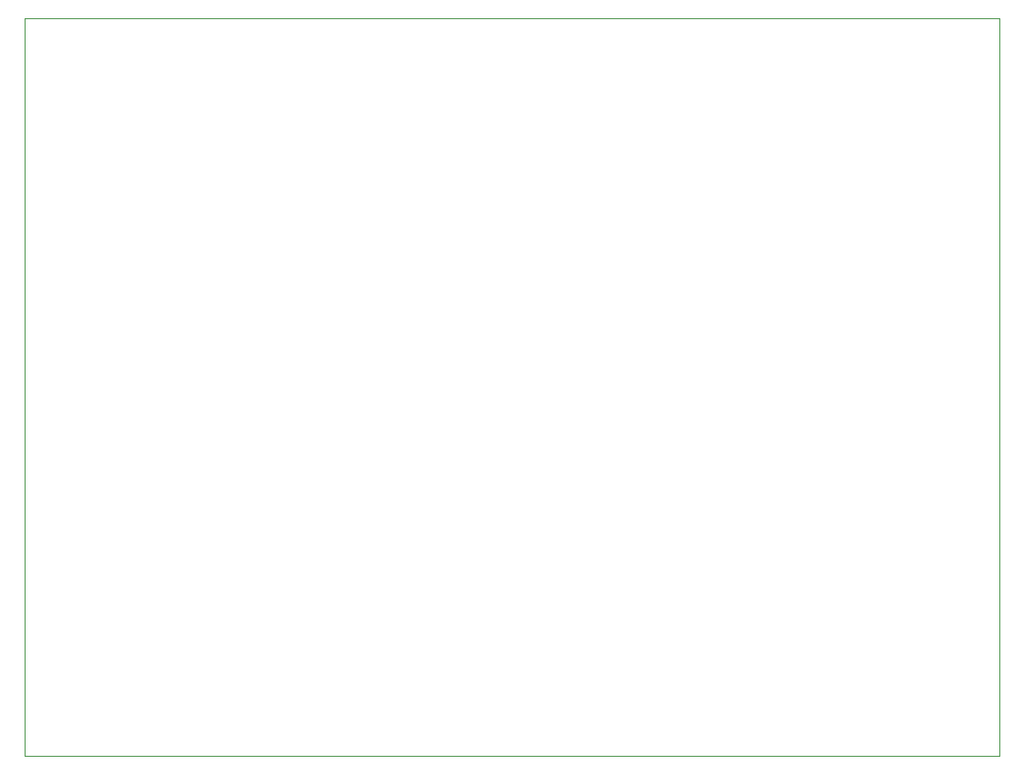
<source format=gbr>
%TF.GenerationSoftware,KiCad,Pcbnew,8.0.0*%
%TF.CreationDate,2024-04-01T19:54:57-03:00*%
%TF.ProjectId,circuito,63697263-7569-4746-9f2e-6b696361645f,rev?*%
%TF.SameCoordinates,Original*%
%TF.FileFunction,Profile,NP*%
%FSLAX46Y46*%
G04 Gerber Fmt 4.6, Leading zero omitted, Abs format (unit mm)*
G04 Created by KiCad (PCBNEW 8.0.0) date 2024-04-01 19:54:57*
%MOMM*%
%LPD*%
G01*
G04 APERTURE LIST*
%TA.AperFunction,Profile*%
%ADD10C,0.050000*%
%TD*%
G04 APERTURE END LIST*
D10*
X90500000Y-35500000D02*
X181000000Y-35500000D01*
X181000000Y-104000000D01*
X90500000Y-104000000D01*
X90500000Y-35500000D01*
M02*

</source>
